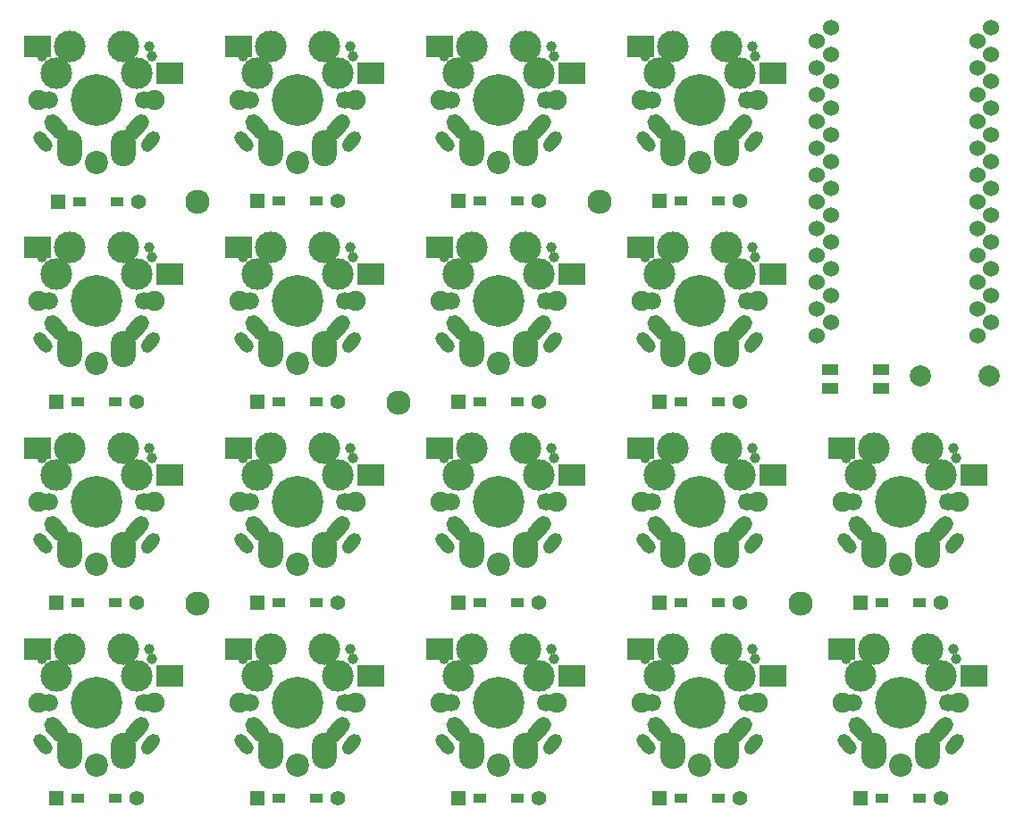
<source format=gts>
G04 #@! TF.GenerationSoftware,KiCad,Pcbnew,(5.1.10)-1*
G04 #@! TF.CreationDate,2021-08-15T11:08:44+09:00*
G04 #@! TF.ProjectId,cc_proto,63635f70-726f-4746-9f2e-6b696361645f,3*
G04 #@! TF.SameCoordinates,Original*
G04 #@! TF.FileFunction,Soldermask,Top*
G04 #@! TF.FilePolarity,Negative*
%FSLAX46Y46*%
G04 Gerber Fmt 4.6, Leading zero omitted, Abs format (unit mm)*
G04 Created by KiCad (PCBNEW (5.1.10)-1) date 2021-08-15 11:08:44*
%MOMM*%
%LPD*%
G01*
G04 APERTURE LIST*
%ADD10C,1.000000*%
%ADD11C,2.200000*%
%ADD12C,2.400000*%
%ADD13C,1.680000*%
%ADD14R,2.500000X2.000000*%
%ADD15C,3.000000*%
%ADD16C,4.900000*%
%ADD17C,1.900000*%
%ADD18C,1.524000*%
%ADD19R,1.600000X1.000000*%
%ADD20R,1.300000X0.950000*%
%ADD21C,1.397000*%
%ADD22R,1.397000X1.397000*%
%ADD23C,2.300000*%
%ADD24C,2.000000*%
G04 APERTURE END LIST*
D10*
X186700500Y-122900600D03*
X176700500Y-122900600D03*
D11*
X181700500Y-133950600D03*
D12*
X179160500Y-132050600D03*
X179160500Y-132550600D03*
X184240500Y-132550600D03*
X184240500Y-133130600D03*
D10*
X176480500Y-123850600D03*
G36*
G01*
X187507566Y-131107951D02*
X187507566Y-131107951D01*
G75*
G02*
X187584602Y-131988471I-401742J-478778D01*
G01*
X186973954Y-132716213D01*
G75*
G02*
X186093434Y-132793249I-478778J401742D01*
G01*
X186093434Y-132793249D01*
G75*
G02*
X186016398Y-131912729I401742J478778D01*
G01*
X186627046Y-131184987D01*
G75*
G02*
X187507566Y-131107951I478778J-401742D01*
G01*
G37*
G36*
G01*
X177307566Y-132793249D02*
X177307566Y-132793249D01*
G75*
G02*
X176427046Y-132716213I-401742J478778D01*
G01*
X175816398Y-131988471D01*
G75*
G02*
X175893434Y-131107951I478778J401742D01*
G01*
X175893434Y-131107951D01*
G75*
G02*
X176773954Y-131184987I401742J-478778D01*
G01*
X177384602Y-131912729D01*
G75*
G02*
X177307566Y-132793249I-478778J-401742D01*
G01*
G37*
G36*
G01*
X186410402Y-129518138D02*
X186410402Y-129518138D01*
G75*
G02*
X186505926Y-130609982I-498160J-593684D01*
G01*
X185702442Y-131567538D01*
G75*
G02*
X184610598Y-131663062I-593684J498160D01*
G01*
X184610598Y-131663062D01*
G75*
G02*
X184515074Y-130571218I498160J593684D01*
G01*
X185318558Y-129613662D01*
G75*
G02*
X186410402Y-129518138I593684J-498160D01*
G01*
G37*
D12*
X184240500Y-132050600D03*
G36*
G01*
X178790402Y-131663062D02*
X178790402Y-131663062D01*
G75*
G02*
X177698558Y-131567538I-498160J593684D01*
G01*
X176895074Y-130609982D01*
G75*
G02*
X176990598Y-129518138I593684J498160D01*
G01*
X176990598Y-129518138D01*
G75*
G02*
X178082442Y-129613662I498160J-593684D01*
G01*
X178885926Y-130571218D01*
G75*
G02*
X178790402Y-131663062I-593684J-498160D01*
G01*
G37*
D10*
X186920500Y-123850600D03*
D12*
X179160500Y-133130600D03*
D13*
X186200500Y-128050600D03*
X177200500Y-128050600D03*
D14*
X176100500Y-122970600D03*
D15*
X185510500Y-125510600D03*
X179160500Y-122970600D03*
D14*
X188600500Y-125510600D03*
D15*
X184240500Y-122970600D03*
D16*
X181700500Y-128050600D03*
D17*
X176200500Y-128050600D03*
X187200500Y-128050600D03*
D13*
X186780500Y-128050600D03*
X176620500Y-128050600D03*
D15*
X177890500Y-125510600D03*
D10*
X186700500Y-103850600D03*
X176700500Y-103850600D03*
D11*
X181700500Y-114900600D03*
D12*
X179160500Y-113000600D03*
X179160500Y-113500600D03*
X184240500Y-113500600D03*
X184240500Y-114080600D03*
D10*
X176480500Y-104800600D03*
G36*
G01*
X187507566Y-112057951D02*
X187507566Y-112057951D01*
G75*
G02*
X187584602Y-112938471I-401742J-478778D01*
G01*
X186973954Y-113666213D01*
G75*
G02*
X186093434Y-113743249I-478778J401742D01*
G01*
X186093434Y-113743249D01*
G75*
G02*
X186016398Y-112862729I401742J478778D01*
G01*
X186627046Y-112134987D01*
G75*
G02*
X187507566Y-112057951I478778J-401742D01*
G01*
G37*
G36*
G01*
X177307566Y-113743249D02*
X177307566Y-113743249D01*
G75*
G02*
X176427046Y-113666213I-401742J478778D01*
G01*
X175816398Y-112938471D01*
G75*
G02*
X175893434Y-112057951I478778J401742D01*
G01*
X175893434Y-112057951D01*
G75*
G02*
X176773954Y-112134987I401742J-478778D01*
G01*
X177384602Y-112862729D01*
G75*
G02*
X177307566Y-113743249I-478778J-401742D01*
G01*
G37*
G36*
G01*
X186410402Y-110468138D02*
X186410402Y-110468138D01*
G75*
G02*
X186505926Y-111559982I-498160J-593684D01*
G01*
X185702442Y-112517538D01*
G75*
G02*
X184610598Y-112613062I-593684J498160D01*
G01*
X184610598Y-112613062D01*
G75*
G02*
X184515074Y-111521218I498160J593684D01*
G01*
X185318558Y-110563662D01*
G75*
G02*
X186410402Y-110468138I593684J-498160D01*
G01*
G37*
D12*
X184240500Y-113000600D03*
G36*
G01*
X178790402Y-112613062D02*
X178790402Y-112613062D01*
G75*
G02*
X177698558Y-112517538I-498160J593684D01*
G01*
X176895074Y-111559982D01*
G75*
G02*
X176990598Y-110468138I593684J498160D01*
G01*
X176990598Y-110468138D01*
G75*
G02*
X178082442Y-110563662I498160J-593684D01*
G01*
X178885926Y-111521218D01*
G75*
G02*
X178790402Y-112613062I-593684J-498160D01*
G01*
G37*
D10*
X186920500Y-104800600D03*
D12*
X179160500Y-114080600D03*
D13*
X186200500Y-109000600D03*
X177200500Y-109000600D03*
D14*
X176100500Y-103920600D03*
D15*
X185510500Y-106460600D03*
X179160500Y-103920600D03*
D14*
X188600500Y-106460600D03*
D15*
X184240500Y-103920600D03*
D16*
X181700500Y-109000600D03*
D17*
X176200500Y-109000600D03*
X187200500Y-109000600D03*
D13*
X186780500Y-109000600D03*
X176620500Y-109000600D03*
D15*
X177890500Y-106460600D03*
D10*
X167650500Y-122900600D03*
X157650500Y-122900600D03*
D11*
X162650500Y-133950600D03*
D12*
X160110500Y-132050600D03*
X160110500Y-132550600D03*
X165190500Y-132550600D03*
X165190500Y-133130600D03*
D10*
X157430500Y-123850600D03*
G36*
G01*
X168457566Y-131107951D02*
X168457566Y-131107951D01*
G75*
G02*
X168534602Y-131988471I-401742J-478778D01*
G01*
X167923954Y-132716213D01*
G75*
G02*
X167043434Y-132793249I-478778J401742D01*
G01*
X167043434Y-132793249D01*
G75*
G02*
X166966398Y-131912729I401742J478778D01*
G01*
X167577046Y-131184987D01*
G75*
G02*
X168457566Y-131107951I478778J-401742D01*
G01*
G37*
G36*
G01*
X158257566Y-132793249D02*
X158257566Y-132793249D01*
G75*
G02*
X157377046Y-132716213I-401742J478778D01*
G01*
X156766398Y-131988471D01*
G75*
G02*
X156843434Y-131107951I478778J401742D01*
G01*
X156843434Y-131107951D01*
G75*
G02*
X157723954Y-131184987I401742J-478778D01*
G01*
X158334602Y-131912729D01*
G75*
G02*
X158257566Y-132793249I-478778J-401742D01*
G01*
G37*
G36*
G01*
X167360402Y-129518138D02*
X167360402Y-129518138D01*
G75*
G02*
X167455926Y-130609982I-498160J-593684D01*
G01*
X166652442Y-131567538D01*
G75*
G02*
X165560598Y-131663062I-593684J498160D01*
G01*
X165560598Y-131663062D01*
G75*
G02*
X165465074Y-130571218I498160J593684D01*
G01*
X166268558Y-129613662D01*
G75*
G02*
X167360402Y-129518138I593684J-498160D01*
G01*
G37*
D12*
X165190500Y-132050600D03*
G36*
G01*
X159740402Y-131663062D02*
X159740402Y-131663062D01*
G75*
G02*
X158648558Y-131567538I-498160J593684D01*
G01*
X157845074Y-130609982D01*
G75*
G02*
X157940598Y-129518138I593684J498160D01*
G01*
X157940598Y-129518138D01*
G75*
G02*
X159032442Y-129613662I498160J-593684D01*
G01*
X159835926Y-130571218D01*
G75*
G02*
X159740402Y-131663062I-593684J-498160D01*
G01*
G37*
D10*
X167870500Y-123850600D03*
D12*
X160110500Y-133130600D03*
D13*
X167150500Y-128050600D03*
X158150500Y-128050600D03*
D14*
X157050500Y-122970600D03*
D15*
X166460500Y-125510600D03*
X160110500Y-122970600D03*
D14*
X169550500Y-125510600D03*
D15*
X165190500Y-122970600D03*
D16*
X162650500Y-128050600D03*
D17*
X157150500Y-128050600D03*
X168150500Y-128050600D03*
D13*
X167730500Y-128050600D03*
X157570500Y-128050600D03*
D15*
X158840500Y-125510600D03*
D10*
X167650500Y-103850600D03*
X157650500Y-103850600D03*
D11*
X162650500Y-114900600D03*
D12*
X160110500Y-113000600D03*
X160110500Y-113500600D03*
X165190500Y-113500600D03*
X165190500Y-114080600D03*
D10*
X157430500Y-104800600D03*
G36*
G01*
X168457566Y-112057951D02*
X168457566Y-112057951D01*
G75*
G02*
X168534602Y-112938471I-401742J-478778D01*
G01*
X167923954Y-113666213D01*
G75*
G02*
X167043434Y-113743249I-478778J401742D01*
G01*
X167043434Y-113743249D01*
G75*
G02*
X166966398Y-112862729I401742J478778D01*
G01*
X167577046Y-112134987D01*
G75*
G02*
X168457566Y-112057951I478778J-401742D01*
G01*
G37*
G36*
G01*
X158257566Y-113743249D02*
X158257566Y-113743249D01*
G75*
G02*
X157377046Y-113666213I-401742J478778D01*
G01*
X156766398Y-112938471D01*
G75*
G02*
X156843434Y-112057951I478778J401742D01*
G01*
X156843434Y-112057951D01*
G75*
G02*
X157723954Y-112134987I401742J-478778D01*
G01*
X158334602Y-112862729D01*
G75*
G02*
X158257566Y-113743249I-478778J-401742D01*
G01*
G37*
G36*
G01*
X167360402Y-110468138D02*
X167360402Y-110468138D01*
G75*
G02*
X167455926Y-111559982I-498160J-593684D01*
G01*
X166652442Y-112517538D01*
G75*
G02*
X165560598Y-112613062I-593684J498160D01*
G01*
X165560598Y-112613062D01*
G75*
G02*
X165465074Y-111521218I498160J593684D01*
G01*
X166268558Y-110563662D01*
G75*
G02*
X167360402Y-110468138I593684J-498160D01*
G01*
G37*
D12*
X165190500Y-113000600D03*
G36*
G01*
X159740402Y-112613062D02*
X159740402Y-112613062D01*
G75*
G02*
X158648558Y-112517538I-498160J593684D01*
G01*
X157845074Y-111559982D01*
G75*
G02*
X157940598Y-110468138I593684J498160D01*
G01*
X157940598Y-110468138D01*
G75*
G02*
X159032442Y-110563662I498160J-593684D01*
G01*
X159835926Y-111521218D01*
G75*
G02*
X159740402Y-112613062I-593684J-498160D01*
G01*
G37*
D10*
X167870500Y-104800600D03*
D12*
X160110500Y-114080600D03*
D13*
X167150500Y-109000600D03*
X158150500Y-109000600D03*
D14*
X157050500Y-103920600D03*
D15*
X166460500Y-106460600D03*
X160110500Y-103920600D03*
D14*
X169550500Y-106460600D03*
D15*
X165190500Y-103920600D03*
D16*
X162650500Y-109000600D03*
D17*
X157150500Y-109000600D03*
X168150500Y-109000600D03*
D13*
X167730500Y-109000600D03*
X157570500Y-109000600D03*
D15*
X158840500Y-106460600D03*
D10*
X167650500Y-84800600D03*
X157650500Y-84800600D03*
D11*
X162650500Y-95850600D03*
D12*
X160110500Y-93950600D03*
X160110500Y-94450600D03*
X165190500Y-94450600D03*
X165190500Y-95030600D03*
D10*
X157430500Y-85750600D03*
G36*
G01*
X168457566Y-93007951D02*
X168457566Y-93007951D01*
G75*
G02*
X168534602Y-93888471I-401742J-478778D01*
G01*
X167923954Y-94616213D01*
G75*
G02*
X167043434Y-94693249I-478778J401742D01*
G01*
X167043434Y-94693249D01*
G75*
G02*
X166966398Y-93812729I401742J478778D01*
G01*
X167577046Y-93084987D01*
G75*
G02*
X168457566Y-93007951I478778J-401742D01*
G01*
G37*
G36*
G01*
X158257566Y-94693249D02*
X158257566Y-94693249D01*
G75*
G02*
X157377046Y-94616213I-401742J478778D01*
G01*
X156766398Y-93888471D01*
G75*
G02*
X156843434Y-93007951I478778J401742D01*
G01*
X156843434Y-93007951D01*
G75*
G02*
X157723954Y-93084987I401742J-478778D01*
G01*
X158334602Y-93812729D01*
G75*
G02*
X158257566Y-94693249I-478778J-401742D01*
G01*
G37*
G36*
G01*
X167360402Y-91418138D02*
X167360402Y-91418138D01*
G75*
G02*
X167455926Y-92509982I-498160J-593684D01*
G01*
X166652442Y-93467538D01*
G75*
G02*
X165560598Y-93563062I-593684J498160D01*
G01*
X165560598Y-93563062D01*
G75*
G02*
X165465074Y-92471218I498160J593684D01*
G01*
X166268558Y-91513662D01*
G75*
G02*
X167360402Y-91418138I593684J-498160D01*
G01*
G37*
D12*
X165190500Y-93950600D03*
G36*
G01*
X159740402Y-93563062D02*
X159740402Y-93563062D01*
G75*
G02*
X158648558Y-93467538I-498160J593684D01*
G01*
X157845074Y-92509982D01*
G75*
G02*
X157940598Y-91418138I593684J498160D01*
G01*
X157940598Y-91418138D01*
G75*
G02*
X159032442Y-91513662I498160J-593684D01*
G01*
X159835926Y-92471218D01*
G75*
G02*
X159740402Y-93563062I-593684J-498160D01*
G01*
G37*
D10*
X167870500Y-85750600D03*
D12*
X160110500Y-95030600D03*
D13*
X167150500Y-89950600D03*
X158150500Y-89950600D03*
D14*
X157050500Y-84870600D03*
D15*
X166460500Y-87410600D03*
X160110500Y-84870600D03*
D14*
X169550500Y-87410600D03*
D15*
X165190500Y-84870600D03*
D16*
X162650500Y-89950600D03*
D17*
X157150500Y-89950600D03*
X168150500Y-89950600D03*
D13*
X167730500Y-89950600D03*
X157570500Y-89950600D03*
D15*
X158840500Y-87410600D03*
D10*
X167650500Y-65750600D03*
X157650500Y-65750600D03*
D11*
X162650500Y-76800600D03*
D12*
X160110500Y-74900600D03*
X160110500Y-75400600D03*
X165190500Y-75400600D03*
X165190500Y-75980600D03*
D10*
X157430500Y-66700600D03*
G36*
G01*
X168457566Y-73957951D02*
X168457566Y-73957951D01*
G75*
G02*
X168534602Y-74838471I-401742J-478778D01*
G01*
X167923954Y-75566213D01*
G75*
G02*
X167043434Y-75643249I-478778J401742D01*
G01*
X167043434Y-75643249D01*
G75*
G02*
X166966398Y-74762729I401742J478778D01*
G01*
X167577046Y-74034987D01*
G75*
G02*
X168457566Y-73957951I478778J-401742D01*
G01*
G37*
G36*
G01*
X158257566Y-75643249D02*
X158257566Y-75643249D01*
G75*
G02*
X157377046Y-75566213I-401742J478778D01*
G01*
X156766398Y-74838471D01*
G75*
G02*
X156843434Y-73957951I478778J401742D01*
G01*
X156843434Y-73957951D01*
G75*
G02*
X157723954Y-74034987I401742J-478778D01*
G01*
X158334602Y-74762729D01*
G75*
G02*
X158257566Y-75643249I-478778J-401742D01*
G01*
G37*
G36*
G01*
X167360402Y-72368138D02*
X167360402Y-72368138D01*
G75*
G02*
X167455926Y-73459982I-498160J-593684D01*
G01*
X166652442Y-74417538D01*
G75*
G02*
X165560598Y-74513062I-593684J498160D01*
G01*
X165560598Y-74513062D01*
G75*
G02*
X165465074Y-73421218I498160J593684D01*
G01*
X166268558Y-72463662D01*
G75*
G02*
X167360402Y-72368138I593684J-498160D01*
G01*
G37*
D12*
X165190500Y-74900600D03*
G36*
G01*
X159740402Y-74513062D02*
X159740402Y-74513062D01*
G75*
G02*
X158648558Y-74417538I-498160J593684D01*
G01*
X157845074Y-73459982D01*
G75*
G02*
X157940598Y-72368138I593684J498160D01*
G01*
X157940598Y-72368138D01*
G75*
G02*
X159032442Y-72463662I498160J-593684D01*
G01*
X159835926Y-73421218D01*
G75*
G02*
X159740402Y-74513062I-593684J-498160D01*
G01*
G37*
D10*
X167870500Y-66700600D03*
D12*
X160110500Y-75980600D03*
D13*
X167150500Y-70900600D03*
X158150500Y-70900600D03*
D14*
X157050500Y-65820600D03*
D15*
X166460500Y-68360600D03*
X160110500Y-65820600D03*
D14*
X169550500Y-68360600D03*
D15*
X165190500Y-65820600D03*
D16*
X162650500Y-70900600D03*
D17*
X157150500Y-70900600D03*
X168150500Y-70900600D03*
D13*
X167730500Y-70900600D03*
X157570500Y-70900600D03*
D15*
X158840500Y-68360600D03*
D10*
X148600500Y-122900600D03*
X138600500Y-122900600D03*
D11*
X143600500Y-133950600D03*
D12*
X141060500Y-132050600D03*
X141060500Y-132550600D03*
X146140500Y-132550600D03*
X146140500Y-133130600D03*
D10*
X138380500Y-123850600D03*
G36*
G01*
X149407566Y-131107951D02*
X149407566Y-131107951D01*
G75*
G02*
X149484602Y-131988471I-401742J-478778D01*
G01*
X148873954Y-132716213D01*
G75*
G02*
X147993434Y-132793249I-478778J401742D01*
G01*
X147993434Y-132793249D01*
G75*
G02*
X147916398Y-131912729I401742J478778D01*
G01*
X148527046Y-131184987D01*
G75*
G02*
X149407566Y-131107951I478778J-401742D01*
G01*
G37*
G36*
G01*
X139207566Y-132793249D02*
X139207566Y-132793249D01*
G75*
G02*
X138327046Y-132716213I-401742J478778D01*
G01*
X137716398Y-131988471D01*
G75*
G02*
X137793434Y-131107951I478778J401742D01*
G01*
X137793434Y-131107951D01*
G75*
G02*
X138673954Y-131184987I401742J-478778D01*
G01*
X139284602Y-131912729D01*
G75*
G02*
X139207566Y-132793249I-478778J-401742D01*
G01*
G37*
G36*
G01*
X148310402Y-129518138D02*
X148310402Y-129518138D01*
G75*
G02*
X148405926Y-130609982I-498160J-593684D01*
G01*
X147602442Y-131567538D01*
G75*
G02*
X146510598Y-131663062I-593684J498160D01*
G01*
X146510598Y-131663062D01*
G75*
G02*
X146415074Y-130571218I498160J593684D01*
G01*
X147218558Y-129613662D01*
G75*
G02*
X148310402Y-129518138I593684J-498160D01*
G01*
G37*
D12*
X146140500Y-132050600D03*
G36*
G01*
X140690402Y-131663062D02*
X140690402Y-131663062D01*
G75*
G02*
X139598558Y-131567538I-498160J593684D01*
G01*
X138795074Y-130609982D01*
G75*
G02*
X138890598Y-129518138I593684J498160D01*
G01*
X138890598Y-129518138D01*
G75*
G02*
X139982442Y-129613662I498160J-593684D01*
G01*
X140785926Y-130571218D01*
G75*
G02*
X140690402Y-131663062I-593684J-498160D01*
G01*
G37*
D10*
X148820500Y-123850600D03*
D12*
X141060500Y-133130600D03*
D13*
X148100500Y-128050600D03*
X139100500Y-128050600D03*
D14*
X138000500Y-122970600D03*
D15*
X147410500Y-125510600D03*
X141060500Y-122970600D03*
D14*
X150500500Y-125510600D03*
D15*
X146140500Y-122970600D03*
D16*
X143600500Y-128050600D03*
D17*
X138100500Y-128050600D03*
X149100500Y-128050600D03*
D13*
X148680500Y-128050600D03*
X138520500Y-128050600D03*
D15*
X139790500Y-125510600D03*
D10*
X148600500Y-103850600D03*
X138600500Y-103850600D03*
D11*
X143600500Y-114900600D03*
D12*
X141060500Y-113000600D03*
X141060500Y-113500600D03*
X146140500Y-113500600D03*
X146140500Y-114080600D03*
D10*
X138380500Y-104800600D03*
G36*
G01*
X149407566Y-112057951D02*
X149407566Y-112057951D01*
G75*
G02*
X149484602Y-112938471I-401742J-478778D01*
G01*
X148873954Y-113666213D01*
G75*
G02*
X147993434Y-113743249I-478778J401742D01*
G01*
X147993434Y-113743249D01*
G75*
G02*
X147916398Y-112862729I401742J478778D01*
G01*
X148527046Y-112134987D01*
G75*
G02*
X149407566Y-112057951I478778J-401742D01*
G01*
G37*
G36*
G01*
X139207566Y-113743249D02*
X139207566Y-113743249D01*
G75*
G02*
X138327046Y-113666213I-401742J478778D01*
G01*
X137716398Y-112938471D01*
G75*
G02*
X137793434Y-112057951I478778J401742D01*
G01*
X137793434Y-112057951D01*
G75*
G02*
X138673954Y-112134987I401742J-478778D01*
G01*
X139284602Y-112862729D01*
G75*
G02*
X139207566Y-113743249I-478778J-401742D01*
G01*
G37*
G36*
G01*
X148310402Y-110468138D02*
X148310402Y-110468138D01*
G75*
G02*
X148405926Y-111559982I-498160J-593684D01*
G01*
X147602442Y-112517538D01*
G75*
G02*
X146510598Y-112613062I-593684J498160D01*
G01*
X146510598Y-112613062D01*
G75*
G02*
X146415074Y-111521218I498160J593684D01*
G01*
X147218558Y-110563662D01*
G75*
G02*
X148310402Y-110468138I593684J-498160D01*
G01*
G37*
D12*
X146140500Y-113000600D03*
G36*
G01*
X140690402Y-112613062D02*
X140690402Y-112613062D01*
G75*
G02*
X139598558Y-112517538I-498160J593684D01*
G01*
X138795074Y-111559982D01*
G75*
G02*
X138890598Y-110468138I593684J498160D01*
G01*
X138890598Y-110468138D01*
G75*
G02*
X139982442Y-110563662I498160J-593684D01*
G01*
X140785926Y-111521218D01*
G75*
G02*
X140690402Y-112613062I-593684J-498160D01*
G01*
G37*
D10*
X148820500Y-104800600D03*
D12*
X141060500Y-114080600D03*
D13*
X148100500Y-109000600D03*
X139100500Y-109000600D03*
D14*
X138000500Y-103920600D03*
D15*
X147410500Y-106460600D03*
X141060500Y-103920600D03*
D14*
X150500500Y-106460600D03*
D15*
X146140500Y-103920600D03*
D16*
X143600500Y-109000600D03*
D17*
X138100500Y-109000600D03*
X149100500Y-109000600D03*
D13*
X148680500Y-109000600D03*
X138520500Y-109000600D03*
D15*
X139790500Y-106460600D03*
D10*
X148600500Y-84800600D03*
X138600500Y-84800600D03*
D11*
X143600500Y-95850600D03*
D12*
X141060500Y-93950600D03*
X141060500Y-94450600D03*
X146140500Y-94450600D03*
X146140500Y-95030600D03*
D10*
X138380500Y-85750600D03*
G36*
G01*
X149407566Y-93007951D02*
X149407566Y-93007951D01*
G75*
G02*
X149484602Y-93888471I-401742J-478778D01*
G01*
X148873954Y-94616213D01*
G75*
G02*
X147993434Y-94693249I-478778J401742D01*
G01*
X147993434Y-94693249D01*
G75*
G02*
X147916398Y-93812729I401742J478778D01*
G01*
X148527046Y-93084987D01*
G75*
G02*
X149407566Y-93007951I478778J-401742D01*
G01*
G37*
G36*
G01*
X139207566Y-94693249D02*
X139207566Y-94693249D01*
G75*
G02*
X138327046Y-94616213I-401742J478778D01*
G01*
X137716398Y-93888471D01*
G75*
G02*
X137793434Y-93007951I478778J401742D01*
G01*
X137793434Y-93007951D01*
G75*
G02*
X138673954Y-93084987I401742J-478778D01*
G01*
X139284602Y-93812729D01*
G75*
G02*
X139207566Y-94693249I-478778J-401742D01*
G01*
G37*
G36*
G01*
X148310402Y-91418138D02*
X148310402Y-91418138D01*
G75*
G02*
X148405926Y-92509982I-498160J-593684D01*
G01*
X147602442Y-93467538D01*
G75*
G02*
X146510598Y-93563062I-593684J498160D01*
G01*
X146510598Y-93563062D01*
G75*
G02*
X146415074Y-92471218I498160J593684D01*
G01*
X147218558Y-91513662D01*
G75*
G02*
X148310402Y-91418138I593684J-498160D01*
G01*
G37*
D12*
X146140500Y-93950600D03*
G36*
G01*
X140690402Y-93563062D02*
X140690402Y-93563062D01*
G75*
G02*
X139598558Y-93467538I-498160J593684D01*
G01*
X138795074Y-92509982D01*
G75*
G02*
X138890598Y-91418138I593684J498160D01*
G01*
X138890598Y-91418138D01*
G75*
G02*
X139982442Y-91513662I498160J-593684D01*
G01*
X140785926Y-92471218D01*
G75*
G02*
X140690402Y-93563062I-593684J-498160D01*
G01*
G37*
D10*
X148820500Y-85750600D03*
D12*
X141060500Y-95030600D03*
D13*
X148100500Y-89950600D03*
X139100500Y-89950600D03*
D14*
X138000500Y-84870600D03*
D15*
X147410500Y-87410600D03*
X141060500Y-84870600D03*
D14*
X150500500Y-87410600D03*
D15*
X146140500Y-84870600D03*
D16*
X143600500Y-89950600D03*
D17*
X138100500Y-89950600D03*
X149100500Y-89950600D03*
D13*
X148680500Y-89950600D03*
X138520500Y-89950600D03*
D15*
X139790500Y-87410600D03*
D10*
X148600500Y-65750600D03*
X138600500Y-65750600D03*
D11*
X143600500Y-76800600D03*
D12*
X141060500Y-74900600D03*
X141060500Y-75400600D03*
X146140500Y-75400600D03*
X146140500Y-75980600D03*
D10*
X138380500Y-66700600D03*
G36*
G01*
X149407566Y-73957951D02*
X149407566Y-73957951D01*
G75*
G02*
X149484602Y-74838471I-401742J-478778D01*
G01*
X148873954Y-75566213D01*
G75*
G02*
X147993434Y-75643249I-478778J401742D01*
G01*
X147993434Y-75643249D01*
G75*
G02*
X147916398Y-74762729I401742J478778D01*
G01*
X148527046Y-74034987D01*
G75*
G02*
X149407566Y-73957951I478778J-401742D01*
G01*
G37*
G36*
G01*
X139207566Y-75643249D02*
X139207566Y-75643249D01*
G75*
G02*
X138327046Y-75566213I-401742J478778D01*
G01*
X137716398Y-74838471D01*
G75*
G02*
X137793434Y-73957951I478778J401742D01*
G01*
X137793434Y-73957951D01*
G75*
G02*
X138673954Y-74034987I401742J-478778D01*
G01*
X139284602Y-74762729D01*
G75*
G02*
X139207566Y-75643249I-478778J-401742D01*
G01*
G37*
G36*
G01*
X148310402Y-72368138D02*
X148310402Y-72368138D01*
G75*
G02*
X148405926Y-73459982I-498160J-593684D01*
G01*
X147602442Y-74417538D01*
G75*
G02*
X146510598Y-74513062I-593684J498160D01*
G01*
X146510598Y-74513062D01*
G75*
G02*
X146415074Y-73421218I498160J593684D01*
G01*
X147218558Y-72463662D01*
G75*
G02*
X148310402Y-72368138I593684J-498160D01*
G01*
G37*
D12*
X146140500Y-74900600D03*
G36*
G01*
X140690402Y-74513062D02*
X140690402Y-74513062D01*
G75*
G02*
X139598558Y-74417538I-498160J593684D01*
G01*
X138795074Y-73459982D01*
G75*
G02*
X138890598Y-72368138I593684J498160D01*
G01*
X138890598Y-72368138D01*
G75*
G02*
X139982442Y-72463662I498160J-593684D01*
G01*
X140785926Y-73421218D01*
G75*
G02*
X140690402Y-74513062I-593684J-498160D01*
G01*
G37*
D10*
X148820500Y-66700600D03*
D12*
X141060500Y-75980600D03*
D13*
X148100500Y-70900600D03*
X139100500Y-70900600D03*
D14*
X138000500Y-65820600D03*
D15*
X147410500Y-68360600D03*
X141060500Y-65820600D03*
D14*
X150500500Y-68360600D03*
D15*
X146140500Y-65820600D03*
D16*
X143600500Y-70900600D03*
D17*
X138100500Y-70900600D03*
X149100500Y-70900600D03*
D13*
X148680500Y-70900600D03*
X138520500Y-70900600D03*
D15*
X139790500Y-68360600D03*
D10*
X129550500Y-122900600D03*
X119550500Y-122900600D03*
D11*
X124550500Y-133950600D03*
D12*
X122010500Y-132050600D03*
X122010500Y-132550600D03*
X127090500Y-132550600D03*
X127090500Y-133130600D03*
D10*
X119330500Y-123850600D03*
G36*
G01*
X130357566Y-131107951D02*
X130357566Y-131107951D01*
G75*
G02*
X130434602Y-131988471I-401742J-478778D01*
G01*
X129823954Y-132716213D01*
G75*
G02*
X128943434Y-132793249I-478778J401742D01*
G01*
X128943434Y-132793249D01*
G75*
G02*
X128866398Y-131912729I401742J478778D01*
G01*
X129477046Y-131184987D01*
G75*
G02*
X130357566Y-131107951I478778J-401742D01*
G01*
G37*
G36*
G01*
X120157566Y-132793249D02*
X120157566Y-132793249D01*
G75*
G02*
X119277046Y-132716213I-401742J478778D01*
G01*
X118666398Y-131988471D01*
G75*
G02*
X118743434Y-131107951I478778J401742D01*
G01*
X118743434Y-131107951D01*
G75*
G02*
X119623954Y-131184987I401742J-478778D01*
G01*
X120234602Y-131912729D01*
G75*
G02*
X120157566Y-132793249I-478778J-401742D01*
G01*
G37*
G36*
G01*
X129260402Y-129518138D02*
X129260402Y-129518138D01*
G75*
G02*
X129355926Y-130609982I-498160J-593684D01*
G01*
X128552442Y-131567538D01*
G75*
G02*
X127460598Y-131663062I-593684J498160D01*
G01*
X127460598Y-131663062D01*
G75*
G02*
X127365074Y-130571218I498160J593684D01*
G01*
X128168558Y-129613662D01*
G75*
G02*
X129260402Y-129518138I593684J-498160D01*
G01*
G37*
D12*
X127090500Y-132050600D03*
G36*
G01*
X121640402Y-131663062D02*
X121640402Y-131663062D01*
G75*
G02*
X120548558Y-131567538I-498160J593684D01*
G01*
X119745074Y-130609982D01*
G75*
G02*
X119840598Y-129518138I593684J498160D01*
G01*
X119840598Y-129518138D01*
G75*
G02*
X120932442Y-129613662I498160J-593684D01*
G01*
X121735926Y-130571218D01*
G75*
G02*
X121640402Y-131663062I-593684J-498160D01*
G01*
G37*
D10*
X129770500Y-123850600D03*
D12*
X122010500Y-133130600D03*
D13*
X129050500Y-128050600D03*
X120050500Y-128050600D03*
D14*
X118950500Y-122970600D03*
D15*
X128360500Y-125510600D03*
X122010500Y-122970600D03*
D14*
X131450500Y-125510600D03*
D15*
X127090500Y-122970600D03*
D16*
X124550500Y-128050600D03*
D17*
X119050500Y-128050600D03*
X130050500Y-128050600D03*
D13*
X129630500Y-128050600D03*
X119470500Y-128050600D03*
D15*
X120740500Y-125510600D03*
D10*
X129550500Y-103850600D03*
X119550500Y-103850600D03*
D11*
X124550500Y-114900600D03*
D12*
X122010500Y-113000600D03*
X122010500Y-113500600D03*
X127090500Y-113500600D03*
X127090500Y-114080600D03*
D10*
X119330500Y-104800600D03*
G36*
G01*
X130357566Y-112057951D02*
X130357566Y-112057951D01*
G75*
G02*
X130434602Y-112938471I-401742J-478778D01*
G01*
X129823954Y-113666213D01*
G75*
G02*
X128943434Y-113743249I-478778J401742D01*
G01*
X128943434Y-113743249D01*
G75*
G02*
X128866398Y-112862729I401742J478778D01*
G01*
X129477046Y-112134987D01*
G75*
G02*
X130357566Y-112057951I478778J-401742D01*
G01*
G37*
G36*
G01*
X120157566Y-113743249D02*
X120157566Y-113743249D01*
G75*
G02*
X119277046Y-113666213I-401742J478778D01*
G01*
X118666398Y-112938471D01*
G75*
G02*
X118743434Y-112057951I478778J401742D01*
G01*
X118743434Y-112057951D01*
G75*
G02*
X119623954Y-112134987I401742J-478778D01*
G01*
X120234602Y-112862729D01*
G75*
G02*
X120157566Y-113743249I-478778J-401742D01*
G01*
G37*
G36*
G01*
X129260402Y-110468138D02*
X129260402Y-110468138D01*
G75*
G02*
X129355926Y-111559982I-498160J-593684D01*
G01*
X128552442Y-112517538D01*
G75*
G02*
X127460598Y-112613062I-593684J498160D01*
G01*
X127460598Y-112613062D01*
G75*
G02*
X127365074Y-111521218I498160J593684D01*
G01*
X128168558Y-110563662D01*
G75*
G02*
X129260402Y-110468138I593684J-498160D01*
G01*
G37*
D12*
X127090500Y-113000600D03*
G36*
G01*
X121640402Y-112613062D02*
X121640402Y-112613062D01*
G75*
G02*
X120548558Y-112517538I-498160J593684D01*
G01*
X119745074Y-111559982D01*
G75*
G02*
X119840598Y-110468138I593684J498160D01*
G01*
X119840598Y-110468138D01*
G75*
G02*
X120932442Y-110563662I498160J-593684D01*
G01*
X121735926Y-111521218D01*
G75*
G02*
X121640402Y-112613062I-593684J-498160D01*
G01*
G37*
D10*
X129770500Y-104800600D03*
D12*
X122010500Y-114080600D03*
D13*
X129050500Y-109000600D03*
X120050500Y-109000600D03*
D14*
X118950500Y-103920600D03*
D15*
X128360500Y-106460600D03*
X122010500Y-103920600D03*
D14*
X131450500Y-106460600D03*
D15*
X127090500Y-103920600D03*
D16*
X124550500Y-109000600D03*
D17*
X119050500Y-109000600D03*
X130050500Y-109000600D03*
D13*
X129630500Y-109000600D03*
X119470500Y-109000600D03*
D15*
X120740500Y-106460600D03*
D10*
X129550500Y-84800600D03*
X119550500Y-84800600D03*
D11*
X124550500Y-95850600D03*
D12*
X122010500Y-93950600D03*
X122010500Y-94450600D03*
X127090500Y-94450600D03*
X127090500Y-95030600D03*
D10*
X119330500Y-85750600D03*
G36*
G01*
X130357566Y-93007951D02*
X130357566Y-93007951D01*
G75*
G02*
X130434602Y-93888471I-401742J-478778D01*
G01*
X129823954Y-94616213D01*
G75*
G02*
X128943434Y-94693249I-478778J401742D01*
G01*
X128943434Y-94693249D01*
G75*
G02*
X128866398Y-93812729I401742J478778D01*
G01*
X129477046Y-93084987D01*
G75*
G02*
X130357566Y-93007951I478778J-401742D01*
G01*
G37*
G36*
G01*
X120157566Y-94693249D02*
X120157566Y-94693249D01*
G75*
G02*
X119277046Y-94616213I-401742J478778D01*
G01*
X118666398Y-93888471D01*
G75*
G02*
X118743434Y-93007951I478778J401742D01*
G01*
X118743434Y-93007951D01*
G75*
G02*
X119623954Y-93084987I401742J-478778D01*
G01*
X120234602Y-93812729D01*
G75*
G02*
X120157566Y-94693249I-478778J-401742D01*
G01*
G37*
G36*
G01*
X129260402Y-91418138D02*
X129260402Y-91418138D01*
G75*
G02*
X129355926Y-92509982I-498160J-593684D01*
G01*
X128552442Y-93467538D01*
G75*
G02*
X127460598Y-93563062I-593684J498160D01*
G01*
X127460598Y-93563062D01*
G75*
G02*
X127365074Y-92471218I498160J593684D01*
G01*
X128168558Y-91513662D01*
G75*
G02*
X129260402Y-91418138I593684J-498160D01*
G01*
G37*
D12*
X127090500Y-93950600D03*
G36*
G01*
X121640402Y-93563062D02*
X121640402Y-93563062D01*
G75*
G02*
X120548558Y-93467538I-498160J593684D01*
G01*
X119745074Y-92509982D01*
G75*
G02*
X119840598Y-91418138I593684J498160D01*
G01*
X119840598Y-91418138D01*
G75*
G02*
X120932442Y-91513662I498160J-593684D01*
G01*
X121735926Y-92471218D01*
G75*
G02*
X121640402Y-93563062I-593684J-498160D01*
G01*
G37*
D10*
X129770500Y-85750600D03*
D12*
X122010500Y-95030600D03*
D13*
X129050500Y-89950600D03*
X120050500Y-89950600D03*
D14*
X118950500Y-84870600D03*
D15*
X128360500Y-87410600D03*
X122010500Y-84870600D03*
D14*
X131450500Y-87410600D03*
D15*
X127090500Y-84870600D03*
D16*
X124550500Y-89950600D03*
D17*
X119050500Y-89950600D03*
X130050500Y-89950600D03*
D13*
X129630500Y-89950600D03*
X119470500Y-89950600D03*
D15*
X120740500Y-87410600D03*
D10*
X129550500Y-65750600D03*
X119550500Y-65750600D03*
D11*
X124550500Y-76800600D03*
D12*
X122010500Y-74900600D03*
X122010500Y-75400600D03*
X127090500Y-75400600D03*
X127090500Y-75980600D03*
D10*
X119330500Y-66700600D03*
G36*
G01*
X130357566Y-73957951D02*
X130357566Y-73957951D01*
G75*
G02*
X130434602Y-74838471I-401742J-478778D01*
G01*
X129823954Y-75566213D01*
G75*
G02*
X128943434Y-75643249I-478778J401742D01*
G01*
X128943434Y-75643249D01*
G75*
G02*
X128866398Y-74762729I401742J478778D01*
G01*
X129477046Y-74034987D01*
G75*
G02*
X130357566Y-73957951I478778J-401742D01*
G01*
G37*
G36*
G01*
X120157566Y-75643249D02*
X120157566Y-75643249D01*
G75*
G02*
X119277046Y-75566213I-401742J478778D01*
G01*
X118666398Y-74838471D01*
G75*
G02*
X118743434Y-73957951I478778J401742D01*
G01*
X118743434Y-73957951D01*
G75*
G02*
X119623954Y-74034987I401742J-478778D01*
G01*
X120234602Y-74762729D01*
G75*
G02*
X120157566Y-75643249I-478778J-401742D01*
G01*
G37*
G36*
G01*
X129260402Y-72368138D02*
X129260402Y-72368138D01*
G75*
G02*
X129355926Y-73459982I-498160J-593684D01*
G01*
X128552442Y-74417538D01*
G75*
G02*
X127460598Y-74513062I-593684J498160D01*
G01*
X127460598Y-74513062D01*
G75*
G02*
X127365074Y-73421218I498160J593684D01*
G01*
X128168558Y-72463662D01*
G75*
G02*
X129260402Y-72368138I593684J-498160D01*
G01*
G37*
D12*
X127090500Y-74900600D03*
G36*
G01*
X121640402Y-74513062D02*
X121640402Y-74513062D01*
G75*
G02*
X120548558Y-74417538I-498160J593684D01*
G01*
X119745074Y-73459982D01*
G75*
G02*
X119840598Y-72368138I593684J498160D01*
G01*
X119840598Y-72368138D01*
G75*
G02*
X120932442Y-72463662I498160J-593684D01*
G01*
X121735926Y-73421218D01*
G75*
G02*
X121640402Y-74513062I-593684J-498160D01*
G01*
G37*
D10*
X129770500Y-66700600D03*
D12*
X122010500Y-75980600D03*
D13*
X129050500Y-70900600D03*
X120050500Y-70900600D03*
D14*
X118950500Y-65820600D03*
D15*
X128360500Y-68360600D03*
X122010500Y-65820600D03*
D14*
X131450500Y-68360600D03*
D15*
X127090500Y-65820600D03*
D16*
X124550500Y-70900600D03*
D17*
X119050500Y-70900600D03*
X130050500Y-70900600D03*
D13*
X129630500Y-70900600D03*
X119470500Y-70900600D03*
D15*
X120740500Y-68360600D03*
D10*
X110500500Y-122900600D03*
X100500500Y-122900600D03*
D11*
X105500500Y-133950600D03*
D12*
X102960500Y-132050600D03*
X102960500Y-132550600D03*
X108040500Y-132550600D03*
X108040500Y-133130600D03*
D10*
X100280500Y-123850600D03*
G36*
G01*
X111307566Y-131107951D02*
X111307566Y-131107951D01*
G75*
G02*
X111384602Y-131988471I-401742J-478778D01*
G01*
X110773954Y-132716213D01*
G75*
G02*
X109893434Y-132793249I-478778J401742D01*
G01*
X109893434Y-132793249D01*
G75*
G02*
X109816398Y-131912729I401742J478778D01*
G01*
X110427046Y-131184987D01*
G75*
G02*
X111307566Y-131107951I478778J-401742D01*
G01*
G37*
G36*
G01*
X101107566Y-132793249D02*
X101107566Y-132793249D01*
G75*
G02*
X100227046Y-132716213I-401742J478778D01*
G01*
X99616398Y-131988471D01*
G75*
G02*
X99693434Y-131107951I478778J401742D01*
G01*
X99693434Y-131107951D01*
G75*
G02*
X100573954Y-131184987I401742J-478778D01*
G01*
X101184602Y-131912729D01*
G75*
G02*
X101107566Y-132793249I-478778J-401742D01*
G01*
G37*
G36*
G01*
X110210402Y-129518138D02*
X110210402Y-129518138D01*
G75*
G02*
X110305926Y-130609982I-498160J-593684D01*
G01*
X109502442Y-131567538D01*
G75*
G02*
X108410598Y-131663062I-593684J498160D01*
G01*
X108410598Y-131663062D01*
G75*
G02*
X108315074Y-130571218I498160J593684D01*
G01*
X109118558Y-129613662D01*
G75*
G02*
X110210402Y-129518138I593684J-498160D01*
G01*
G37*
D12*
X108040500Y-132050600D03*
G36*
G01*
X102590402Y-131663062D02*
X102590402Y-131663062D01*
G75*
G02*
X101498558Y-131567538I-498160J593684D01*
G01*
X100695074Y-130609982D01*
G75*
G02*
X100790598Y-129518138I593684J498160D01*
G01*
X100790598Y-129518138D01*
G75*
G02*
X101882442Y-129613662I498160J-593684D01*
G01*
X102685926Y-130571218D01*
G75*
G02*
X102590402Y-131663062I-593684J-498160D01*
G01*
G37*
D10*
X110720500Y-123850600D03*
D12*
X102960500Y-133130600D03*
D13*
X110000500Y-128050600D03*
X101000500Y-128050600D03*
D14*
X99900500Y-122970600D03*
D15*
X109310500Y-125510600D03*
X102960500Y-122970600D03*
D14*
X112400500Y-125510600D03*
D15*
X108040500Y-122970600D03*
D16*
X105500500Y-128050600D03*
D17*
X100000500Y-128050600D03*
X111000500Y-128050600D03*
D13*
X110580500Y-128050600D03*
X100420500Y-128050600D03*
D15*
X101690500Y-125510600D03*
D10*
X110500500Y-103850600D03*
X100500500Y-103850600D03*
D11*
X105500500Y-114900600D03*
D12*
X102960500Y-113000600D03*
X102960500Y-113500600D03*
X108040500Y-113500600D03*
X108040500Y-114080600D03*
D10*
X100280500Y-104800600D03*
G36*
G01*
X111307566Y-112057951D02*
X111307566Y-112057951D01*
G75*
G02*
X111384602Y-112938471I-401742J-478778D01*
G01*
X110773954Y-113666213D01*
G75*
G02*
X109893434Y-113743249I-478778J401742D01*
G01*
X109893434Y-113743249D01*
G75*
G02*
X109816398Y-112862729I401742J478778D01*
G01*
X110427046Y-112134987D01*
G75*
G02*
X111307566Y-112057951I478778J-401742D01*
G01*
G37*
G36*
G01*
X101107566Y-113743249D02*
X101107566Y-113743249D01*
G75*
G02*
X100227046Y-113666213I-401742J478778D01*
G01*
X99616398Y-112938471D01*
G75*
G02*
X99693434Y-112057951I478778J401742D01*
G01*
X99693434Y-112057951D01*
G75*
G02*
X100573954Y-112134987I401742J-478778D01*
G01*
X101184602Y-112862729D01*
G75*
G02*
X101107566Y-113743249I-478778J-401742D01*
G01*
G37*
G36*
G01*
X110210402Y-110468138D02*
X110210402Y-110468138D01*
G75*
G02*
X110305926Y-111559982I-498160J-593684D01*
G01*
X109502442Y-112517538D01*
G75*
G02*
X108410598Y-112613062I-593684J498160D01*
G01*
X108410598Y-112613062D01*
G75*
G02*
X108315074Y-111521218I498160J593684D01*
G01*
X109118558Y-110563662D01*
G75*
G02*
X110210402Y-110468138I593684J-498160D01*
G01*
G37*
D12*
X108040500Y-113000600D03*
G36*
G01*
X102590402Y-112613062D02*
X102590402Y-112613062D01*
G75*
G02*
X101498558Y-112517538I-498160J593684D01*
G01*
X100695074Y-111559982D01*
G75*
G02*
X100790598Y-110468138I593684J498160D01*
G01*
X100790598Y-110468138D01*
G75*
G02*
X101882442Y-110563662I498160J-593684D01*
G01*
X102685926Y-111521218D01*
G75*
G02*
X102590402Y-112613062I-593684J-498160D01*
G01*
G37*
D10*
X110720500Y-104800600D03*
D12*
X102960500Y-114080600D03*
D13*
X110000500Y-109000600D03*
X101000500Y-109000600D03*
D14*
X99900500Y-103920600D03*
D15*
X109310500Y-106460600D03*
X102960500Y-103920600D03*
D14*
X112400500Y-106460600D03*
D15*
X108040500Y-103920600D03*
D16*
X105500500Y-109000600D03*
D17*
X100000500Y-109000600D03*
X111000500Y-109000600D03*
D13*
X110580500Y-109000600D03*
X100420500Y-109000600D03*
D15*
X101690500Y-106460600D03*
D10*
X110500500Y-84800600D03*
X100500500Y-84800600D03*
D11*
X105500500Y-95850600D03*
D12*
X102960500Y-93950600D03*
X102960500Y-94450600D03*
X108040500Y-94450600D03*
X108040500Y-95030600D03*
D10*
X100280500Y-85750600D03*
G36*
G01*
X111307566Y-93007951D02*
X111307566Y-93007951D01*
G75*
G02*
X111384602Y-93888471I-401742J-478778D01*
G01*
X110773954Y-94616213D01*
G75*
G02*
X109893434Y-94693249I-478778J401742D01*
G01*
X109893434Y-94693249D01*
G75*
G02*
X109816398Y-93812729I401742J478778D01*
G01*
X110427046Y-93084987D01*
G75*
G02*
X111307566Y-93007951I478778J-401742D01*
G01*
G37*
G36*
G01*
X101107566Y-94693249D02*
X101107566Y-94693249D01*
G75*
G02*
X100227046Y-94616213I-401742J478778D01*
G01*
X99616398Y-93888471D01*
G75*
G02*
X99693434Y-93007951I478778J401742D01*
G01*
X99693434Y-93007951D01*
G75*
G02*
X100573954Y-93084987I401742J-478778D01*
G01*
X101184602Y-93812729D01*
G75*
G02*
X101107566Y-94693249I-478778J-401742D01*
G01*
G37*
G36*
G01*
X110210402Y-91418138D02*
X110210402Y-91418138D01*
G75*
G02*
X110305926Y-92509982I-498160J-593684D01*
G01*
X109502442Y-93467538D01*
G75*
G02*
X108410598Y-93563062I-593684J498160D01*
G01*
X108410598Y-93563062D01*
G75*
G02*
X108315074Y-92471218I498160J593684D01*
G01*
X109118558Y-91513662D01*
G75*
G02*
X110210402Y-91418138I593684J-498160D01*
G01*
G37*
D12*
X108040500Y-93950600D03*
G36*
G01*
X102590402Y-93563062D02*
X102590402Y-93563062D01*
G75*
G02*
X101498558Y-93467538I-498160J593684D01*
G01*
X100695074Y-92509982D01*
G75*
G02*
X100790598Y-91418138I593684J498160D01*
G01*
X100790598Y-91418138D01*
G75*
G02*
X101882442Y-91513662I498160J-593684D01*
G01*
X102685926Y-92471218D01*
G75*
G02*
X102590402Y-93563062I-593684J-498160D01*
G01*
G37*
D10*
X110720500Y-85750600D03*
D12*
X102960500Y-95030600D03*
D13*
X110000500Y-89950600D03*
X101000500Y-89950600D03*
D14*
X99900500Y-84870600D03*
D15*
X109310500Y-87410600D03*
X102960500Y-84870600D03*
D14*
X112400500Y-87410600D03*
D15*
X108040500Y-84870600D03*
D16*
X105500500Y-89950600D03*
D17*
X100000500Y-89950600D03*
X111000500Y-89950600D03*
D13*
X110580500Y-89950600D03*
X100420500Y-89950600D03*
D15*
X101690500Y-87410600D03*
D10*
X110500500Y-65750600D03*
X100500500Y-65750600D03*
D11*
X105500500Y-76800600D03*
D12*
X102960500Y-74900600D03*
X102960500Y-75400600D03*
X108040500Y-75400600D03*
X108040500Y-75980600D03*
D10*
X100280500Y-66700600D03*
G36*
G01*
X111307566Y-73957951D02*
X111307566Y-73957951D01*
G75*
G02*
X111384602Y-74838471I-401742J-478778D01*
G01*
X110773954Y-75566213D01*
G75*
G02*
X109893434Y-75643249I-478778J401742D01*
G01*
X109893434Y-75643249D01*
G75*
G02*
X109816398Y-74762729I401742J478778D01*
G01*
X110427046Y-74034987D01*
G75*
G02*
X111307566Y-73957951I478778J-401742D01*
G01*
G37*
G36*
G01*
X101107566Y-75643249D02*
X101107566Y-75643249D01*
G75*
G02*
X100227046Y-75566213I-401742J478778D01*
G01*
X99616398Y-74838471D01*
G75*
G02*
X99693434Y-73957951I478778J401742D01*
G01*
X99693434Y-73957951D01*
G75*
G02*
X100573954Y-74034987I401742J-478778D01*
G01*
X101184602Y-74762729D01*
G75*
G02*
X101107566Y-75643249I-478778J-401742D01*
G01*
G37*
G36*
G01*
X110210402Y-72368138D02*
X110210402Y-72368138D01*
G75*
G02*
X110305926Y-73459982I-498160J-593684D01*
G01*
X109502442Y-74417538D01*
G75*
G02*
X108410598Y-74513062I-593684J498160D01*
G01*
X108410598Y-74513062D01*
G75*
G02*
X108315074Y-73421218I498160J593684D01*
G01*
X109118558Y-72463662D01*
G75*
G02*
X110210402Y-72368138I593684J-498160D01*
G01*
G37*
D12*
X108040500Y-74900600D03*
G36*
G01*
X102590402Y-74513062D02*
X102590402Y-74513062D01*
G75*
G02*
X101498558Y-74417538I-498160J593684D01*
G01*
X100695074Y-73459982D01*
G75*
G02*
X100790598Y-72368138I593684J498160D01*
G01*
X100790598Y-72368138D01*
G75*
G02*
X101882442Y-72463662I498160J-593684D01*
G01*
X102685926Y-73421218D01*
G75*
G02*
X102590402Y-74513062I-593684J-498160D01*
G01*
G37*
D10*
X110720500Y-66700600D03*
D12*
X102960500Y-75980600D03*
D13*
X110000500Y-70900600D03*
X101000500Y-70900600D03*
D14*
X99900500Y-65820600D03*
D15*
X109310500Y-68360600D03*
X102960500Y-65820600D03*
D14*
X112400500Y-68360600D03*
D15*
X108040500Y-65820600D03*
D16*
X105500500Y-70900600D03*
D17*
X100000500Y-70900600D03*
X111000500Y-70900600D03*
D13*
X110580500Y-70900600D03*
X100420500Y-70900600D03*
D15*
X101690500Y-68360600D03*
D18*
X188950500Y-65292600D03*
X188950500Y-67832600D03*
X188950500Y-70372600D03*
X188950500Y-72912600D03*
X188950500Y-75452600D03*
X188950500Y-77992600D03*
X188950500Y-80532600D03*
X188950500Y-83072600D03*
X188950500Y-85612600D03*
X188950500Y-88152600D03*
X188950500Y-90692600D03*
X188950500Y-93232600D03*
X173710500Y-93232600D03*
X173710500Y-90692600D03*
X173710500Y-88152600D03*
X173710500Y-85612600D03*
X173710500Y-83072600D03*
X173710500Y-80532600D03*
X173710500Y-77992600D03*
X173710500Y-75452600D03*
X173710500Y-72912600D03*
X173710500Y-70372600D03*
X173710500Y-67832600D03*
X173710500Y-65292600D03*
X190256900Y-64022600D03*
X190256900Y-66562600D03*
X190256900Y-69102600D03*
X190256900Y-71642600D03*
X190256900Y-74182600D03*
X190256900Y-76722600D03*
X190256900Y-79262600D03*
X190256900Y-81802600D03*
X190256900Y-84342600D03*
X190256900Y-86882600D03*
X190256900Y-89422600D03*
X190256900Y-91962600D03*
X175036900Y-91962600D03*
X175036900Y-89422600D03*
X175036900Y-86882600D03*
X175036900Y-84342600D03*
X175036900Y-81802600D03*
X175036900Y-79262600D03*
X175036900Y-76722600D03*
X175036900Y-74182600D03*
X175036900Y-71642600D03*
X175036900Y-69102600D03*
X175036900Y-66562600D03*
X175036900Y-64022600D03*
D19*
X179820500Y-98188600D03*
X179820500Y-96438600D03*
X175020500Y-98188600D03*
X175020500Y-96438600D03*
D20*
X183475500Y-137050600D03*
D21*
X185510500Y-137050600D03*
D22*
X177890500Y-137050600D03*
D20*
X179925500Y-137050600D03*
X183475500Y-118525600D03*
D21*
X185510500Y-118525600D03*
D22*
X177890500Y-118525600D03*
D20*
X179925500Y-118525600D03*
X164425500Y-137050600D03*
D21*
X166460500Y-137050600D03*
D22*
X158840500Y-137050600D03*
D20*
X160875500Y-137050600D03*
X164425500Y-118525600D03*
D21*
X166460500Y-118525600D03*
D22*
X158840500Y-118525600D03*
D20*
X160875500Y-118525600D03*
X164425500Y-99475600D03*
D21*
X166460500Y-99475600D03*
D22*
X158840500Y-99475600D03*
D20*
X160875500Y-99475600D03*
X164425500Y-80425600D03*
D21*
X166460500Y-80425600D03*
D22*
X158840500Y-80425600D03*
D20*
X160875500Y-80425600D03*
X145375500Y-137050600D03*
D21*
X147410500Y-137050600D03*
D22*
X139790500Y-137050600D03*
D20*
X141825500Y-137050600D03*
X145375500Y-118525600D03*
D21*
X147410500Y-118525600D03*
D22*
X139790500Y-118525600D03*
D20*
X141825500Y-118525600D03*
X145375500Y-99475600D03*
D21*
X147410500Y-99475600D03*
D22*
X139790500Y-99475600D03*
D20*
X141825500Y-99475600D03*
X145375500Y-80425600D03*
D21*
X147410500Y-80425600D03*
D22*
X139790500Y-80425600D03*
D20*
X141825500Y-80425600D03*
X126325500Y-137050600D03*
D21*
X128360500Y-137050600D03*
D22*
X120740500Y-137050600D03*
D20*
X122775500Y-137050600D03*
X126325500Y-118525600D03*
D21*
X128360500Y-118525600D03*
D22*
X120740500Y-118525600D03*
D20*
X122775500Y-118525600D03*
X126325500Y-99475600D03*
D21*
X128360500Y-99475600D03*
D22*
X120740500Y-99475600D03*
D20*
X122775500Y-99475600D03*
X126325500Y-80425600D03*
D21*
X128360500Y-80425600D03*
D22*
X120740500Y-80425600D03*
D20*
X122775500Y-80425600D03*
X107275500Y-137050600D03*
D21*
X109310500Y-137050600D03*
D22*
X101690500Y-137050600D03*
D20*
X103725500Y-137050600D03*
X107275500Y-118525600D03*
D21*
X109310500Y-118525600D03*
D22*
X101690500Y-118525600D03*
D20*
X103725500Y-118525600D03*
X107275500Y-99475600D03*
D21*
X109310500Y-99475600D03*
D22*
X101690500Y-99475600D03*
D20*
X103725500Y-99475600D03*
X107466000Y-80475600D03*
D21*
X109501000Y-80475600D03*
D22*
X101881000Y-80475600D03*
D20*
X103916000Y-80475600D03*
D23*
X134124500Y-99524600D03*
X172224500Y-118574600D03*
X115074500Y-118574600D03*
X153174500Y-80474600D03*
X115074500Y-80474600D03*
D24*
X190086500Y-97059600D03*
X183586500Y-97059600D03*
M02*

</source>
